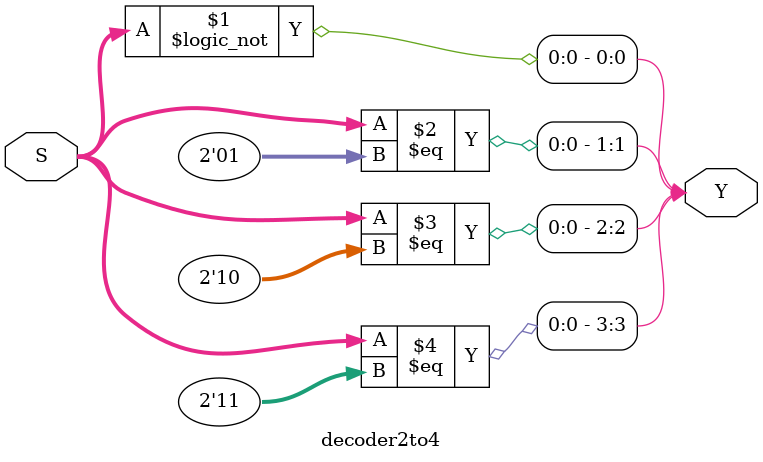
<source format=v>
module mux2to1 (
    input  A,  
    input  B,  
    input  S,  
    output  Y   
);
    assign Y = S ? B : A; 
endmodule

module demux1to2 (
    input  I,   
    input  S,   
    output  Y0, 
    output  Y1  
);
    assign Y0 = (~S) ? I : 0; 
    assign Y1 = S ? I : 0;    
endmodule

module encoder4to2 (
    input  [3:0] I,  
    output  [1:0] Y  
);
    assign Y[0] = I[1] | I[3];
    assign Y[1] = I[2] | I[3];
endmodule

module decoder2to4 (
    input  [1:0] S, 
    output  [3:0] Y 
);
    assign Y[0] = (S == 2'b00);
    assign Y[1] = (S == 2'b01);
    assign Y[2] = (S == 2'b10);
    assign Y[3] = (S == 2'b11);
endmodule


</source>
